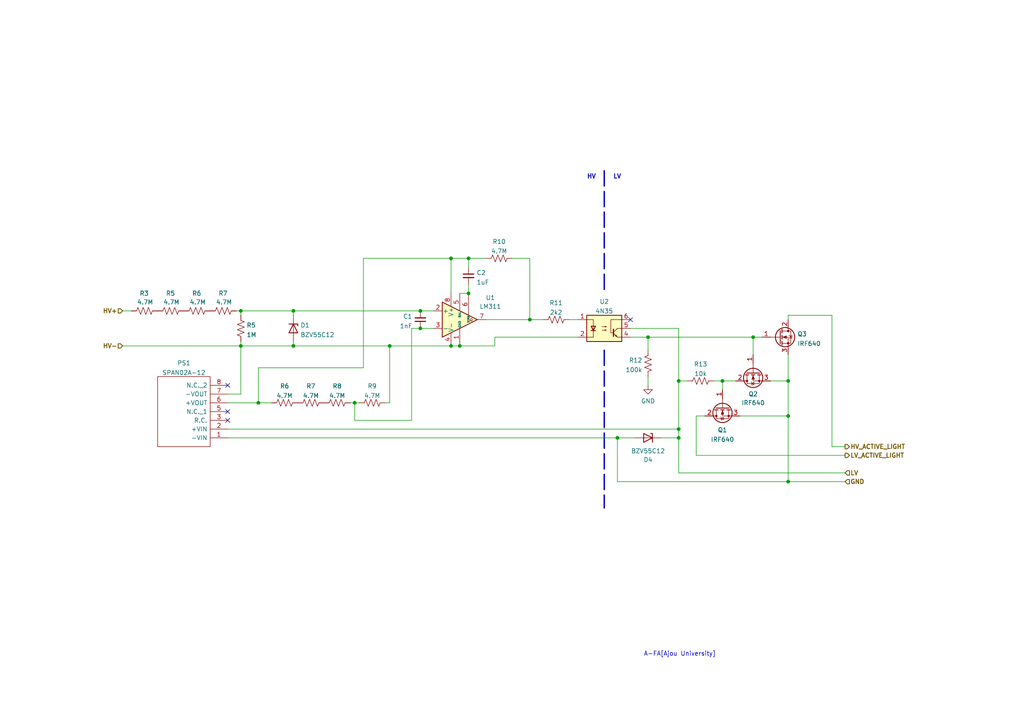
<source format=kicad_sch>
(kicad_sch (version 20211123) (generator eeschema)

  (uuid 9c0a216e-b7b7-4b4c-8538-f0ecdba0a1ef)

  (paper "A4")

  (lib_symbols
    (symbol "Comparator:LM311" (pin_names (offset 0.127)) (in_bom yes) (on_board yes)
      (property "Reference" "U" (id 0) (at 3.81 6.35 0)
        (effects (font (size 1.27 1.27)) (justify left))
      )
      (property "Value" "LM311" (id 1) (at 3.81 3.81 0)
        (effects (font (size 1.27 1.27)) (justify left))
      )
      (property "Footprint" "" (id 2) (at 0 0 0)
        (effects (font (size 1.27 1.27)) hide)
      )
      (property "Datasheet" "https://www.st.com/resource/en/datasheet/lm311.pdf" (id 3) (at 0 0 0)
        (effects (font (size 1.27 1.27)) hide)
      )
      (property "ki_keywords" "cmp open collector" (id 4) (at 0 0 0)
        (effects (font (size 1.27 1.27)) hide)
      )
      (property "ki_description" "Voltage Comparator, DIP-8/SOIC-8" (id 5) (at 0 0 0)
        (effects (font (size 1.27 1.27)) hide)
      )
      (property "ki_fp_filters" "SOIC*3.9x4.9mm*P1.27mm* DIP*W7.62mm*" (id 6) (at 0 0 0)
        (effects (font (size 1.27 1.27)) hide)
      )
      (symbol "LM311_0_1"
        (polyline
          (pts
            (xy 5.08 0)
            (xy -5.08 5.08)
            (xy -5.08 -5.08)
            (xy 5.08 0)
          )
          (stroke (width 0.254) (type default) (color 0 0 0 0))
          (fill (type background))
        )
        (polyline
          (pts
            (xy 3.683 -0.381)
            (xy 3.302 -0.381)
            (xy 3.683 0)
            (xy 3.302 0.381)
            (xy 2.921 0)
            (xy 3.302 -0.381)
            (xy 2.921 -0.381)
          )
          (stroke (width 0.127) (type default) (color 0 0 0 0))
          (fill (type none))
        )
      )
      (symbol "LM311_1_1"
        (pin passive line (at 0 -7.62 90) (length 5.08)
          (name "GND" (effects (font (size 0.635 0.635))))
          (number "1" (effects (font (size 1.27 1.27))))
        )
        (pin input line (at -7.62 2.54 0) (length 2.54)
          (name "+" (effects (font (size 1.27 1.27))))
          (number "2" (effects (font (size 1.27 1.27))))
        )
        (pin input line (at -7.62 -2.54 0) (length 2.54)
          (name "-" (effects (font (size 1.27 1.27))))
          (number "3" (effects (font (size 1.27 1.27))))
        )
        (pin power_in line (at -2.54 -7.62 90) (length 3.81)
          (name "V-" (effects (font (size 1.27 1.27))))
          (number "4" (effects (font (size 1.27 1.27))))
        )
        (pin input line (at 0 7.62 270) (length 5.08)
          (name "BAL" (effects (font (size 0.635 0.635))))
          (number "5" (effects (font (size 1.27 1.27))))
        )
        (pin input line (at 2.54 7.62 270) (length 6.35)
          (name "STRB" (effects (font (size 0.508 0.508))))
          (number "6" (effects (font (size 1.27 1.27))))
        )
        (pin open_collector line (at 7.62 0 180) (length 2.54)
          (name "~" (effects (font (size 1.27 1.27))))
          (number "7" (effects (font (size 1.27 1.27))))
        )
        (pin power_in line (at -2.54 7.62 270) (length 3.81)
          (name "V+" (effects (font (size 1.27 1.27))))
          (number "8" (effects (font (size 1.27 1.27))))
        )
      )
    )
    (symbol "Device:C_Small" (pin_numbers hide) (pin_names (offset 0.254) hide) (in_bom yes) (on_board yes)
      (property "Reference" "C" (id 0) (at 0.254 1.778 0)
        (effects (font (size 1.27 1.27)) (justify left))
      )
      (property "Value" "C_Small" (id 1) (at 0.254 -2.032 0)
        (effects (font (size 1.27 1.27)) (justify left))
      )
      (property "Footprint" "" (id 2) (at 0 0 0)
        (effects (font (size 1.27 1.27)) hide)
      )
      (property "Datasheet" "~" (id 3) (at 0 0 0)
        (effects (font (size 1.27 1.27)) hide)
      )
      (property "ki_keywords" "capacitor cap" (id 4) (at 0 0 0)
        (effects (font (size 1.27 1.27)) hide)
      )
      (property "ki_description" "Unpolarized capacitor, small symbol" (id 5) (at 0 0 0)
        (effects (font (size 1.27 1.27)) hide)
      )
      (property "ki_fp_filters" "C_*" (id 6) (at 0 0 0)
        (effects (font (size 1.27 1.27)) hide)
      )
      (symbol "C_Small_0_1"
        (polyline
          (pts
            (xy -1.524 -0.508)
            (xy 1.524 -0.508)
          )
          (stroke (width 0.3302) (type default) (color 0 0 0 0))
          (fill (type none))
        )
        (polyline
          (pts
            (xy -1.524 0.508)
            (xy 1.524 0.508)
          )
          (stroke (width 0.3048) (type default) (color 0 0 0 0))
          (fill (type none))
        )
      )
      (symbol "C_Small_1_1"
        (pin passive line (at 0 2.54 270) (length 2.032)
          (name "~" (effects (font (size 1.27 1.27))))
          (number "1" (effects (font (size 1.27 1.27))))
        )
        (pin passive line (at 0 -2.54 90) (length 2.032)
          (name "~" (effects (font (size 1.27 1.27))))
          (number "2" (effects (font (size 1.27 1.27))))
        )
      )
    )
    (symbol "Device:Q_NMOS_GDS" (pin_names (offset 0) hide) (in_bom yes) (on_board yes)
      (property "Reference" "Q" (id 0) (at 5.08 1.27 0)
        (effects (font (size 1.27 1.27)) (justify left))
      )
      (property "Value" "Q_NMOS_GDS" (id 1) (at 5.08 -1.27 0)
        (effects (font (size 1.27 1.27)) (justify left))
      )
      (property "Footprint" "" (id 2) (at 5.08 2.54 0)
        (effects (font (size 1.27 1.27)) hide)
      )
      (property "Datasheet" "~" (id 3) (at 0 0 0)
        (effects (font (size 1.27 1.27)) hide)
      )
      (property "ki_keywords" "transistor NMOS N-MOS N-MOSFET" (id 4) (at 0 0 0)
        (effects (font (size 1.27 1.27)) hide)
      )
      (property "ki_description" "N-MOSFET transistor, gate/drain/source" (id 5) (at 0 0 0)
        (effects (font (size 1.27 1.27)) hide)
      )
      (symbol "Q_NMOS_GDS_0_1"
        (polyline
          (pts
            (xy 0.254 0)
            (xy -2.54 0)
          )
          (stroke (width 0) (type default) (color 0 0 0 0))
          (fill (type none))
        )
        (polyline
          (pts
            (xy 0.254 1.905)
            (xy 0.254 -1.905)
          )
          (stroke (width 0.254) (type default) (color 0 0 0 0))
          (fill (type none))
        )
        (polyline
          (pts
            (xy 0.762 -1.27)
            (xy 0.762 -2.286)
          )
          (stroke (width 0.254) (type default) (color 0 0 0 0))
          (fill (type none))
        )
        (polyline
          (pts
            (xy 0.762 0.508)
            (xy 0.762 -0.508)
          )
          (stroke (width 0.254) (type default) (color 0 0 0 0))
          (fill (type none))
        )
        (polyline
          (pts
            (xy 0.762 2.286)
            (xy 0.762 1.27)
          )
          (stroke (width 0.254) (type default) (color 0 0 0 0))
          (fill (type none))
        )
        (polyline
          (pts
            (xy 2.54 2.54)
            (xy 2.54 1.778)
          )
          (stroke (width 0) (type default) (color 0 0 0 0))
          (fill (type none))
        )
        (polyline
          (pts
            (xy 2.54 -2.54)
            (xy 2.54 0)
            (xy 0.762 0)
          )
          (stroke (width 0) (type default) (color 0 0 0 0))
          (fill (type none))
        )
        (polyline
          (pts
            (xy 0.762 -1.778)
            (xy 3.302 -1.778)
            (xy 3.302 1.778)
            (xy 0.762 1.778)
          )
          (stroke (width 0) (type default) (color 0 0 0 0))
          (fill (type none))
        )
        (polyline
          (pts
            (xy 1.016 0)
            (xy 2.032 0.381)
            (xy 2.032 -0.381)
            (xy 1.016 0)
          )
          (stroke (width 0) (type default) (color 0 0 0 0))
          (fill (type outline))
        )
        (polyline
          (pts
            (xy 2.794 0.508)
            (xy 2.921 0.381)
            (xy 3.683 0.381)
            (xy 3.81 0.254)
          )
          (stroke (width 0) (type default) (color 0 0 0 0))
          (fill (type none))
        )
        (polyline
          (pts
            (xy 3.302 0.381)
            (xy 2.921 -0.254)
            (xy 3.683 -0.254)
            (xy 3.302 0.381)
          )
          (stroke (width 0) (type default) (color 0 0 0 0))
          (fill (type none))
        )
        (circle (center 1.651 0) (radius 2.794)
          (stroke (width 0.254) (type default) (color 0 0 0 0))
          (fill (type none))
        )
        (circle (center 2.54 -1.778) (radius 0.254)
          (stroke (width 0) (type default) (color 0 0 0 0))
          (fill (type outline))
        )
        (circle (center 2.54 1.778) (radius 0.254)
          (stroke (width 0) (type default) (color 0 0 0 0))
          (fill (type outline))
        )
      )
      (symbol "Q_NMOS_GDS_1_1"
        (pin input line (at -5.08 0 0) (length 2.54)
          (name "G" (effects (font (size 1.27 1.27))))
          (number "1" (effects (font (size 1.27 1.27))))
        )
        (pin passive line (at 2.54 5.08 270) (length 2.54)
          (name "D" (effects (font (size 1.27 1.27))))
          (number "2" (effects (font (size 1.27 1.27))))
        )
        (pin passive line (at 2.54 -5.08 90) (length 2.54)
          (name "S" (effects (font (size 1.27 1.27))))
          (number "3" (effects (font (size 1.27 1.27))))
        )
      )
    )
    (symbol "Device:R_US" (pin_numbers hide) (pin_names (offset 0)) (in_bom yes) (on_board yes)
      (property "Reference" "R" (id 0) (at 2.54 0 90)
        (effects (font (size 1.27 1.27)))
      )
      (property "Value" "R_US" (id 1) (at -2.54 0 90)
        (effects (font (size 1.27 1.27)))
      )
      (property "Footprint" "" (id 2) (at 1.016 -0.254 90)
        (effects (font (size 1.27 1.27)) hide)
      )
      (property "Datasheet" "~" (id 3) (at 0 0 0)
        (effects (font (size 1.27 1.27)) hide)
      )
      (property "ki_keywords" "R res resistor" (id 4) (at 0 0 0)
        (effects (font (size 1.27 1.27)) hide)
      )
      (property "ki_description" "Resistor, US symbol" (id 5) (at 0 0 0)
        (effects (font (size 1.27 1.27)) hide)
      )
      (property "ki_fp_filters" "R_*" (id 6) (at 0 0 0)
        (effects (font (size 1.27 1.27)) hide)
      )
      (symbol "R_US_0_1"
        (polyline
          (pts
            (xy 0 -2.286)
            (xy 0 -2.54)
          )
          (stroke (width 0) (type default) (color 0 0 0 0))
          (fill (type none))
        )
        (polyline
          (pts
            (xy 0 2.286)
            (xy 0 2.54)
          )
          (stroke (width 0) (type default) (color 0 0 0 0))
          (fill (type none))
        )
        (polyline
          (pts
            (xy 0 -0.762)
            (xy 1.016 -1.143)
            (xy 0 -1.524)
            (xy -1.016 -1.905)
            (xy 0 -2.286)
          )
          (stroke (width 0) (type default) (color 0 0 0 0))
          (fill (type none))
        )
        (polyline
          (pts
            (xy 0 0.762)
            (xy 1.016 0.381)
            (xy 0 0)
            (xy -1.016 -0.381)
            (xy 0 -0.762)
          )
          (stroke (width 0) (type default) (color 0 0 0 0))
          (fill (type none))
        )
        (polyline
          (pts
            (xy 0 2.286)
            (xy 1.016 1.905)
            (xy 0 1.524)
            (xy -1.016 1.143)
            (xy 0 0.762)
          )
          (stroke (width 0) (type default) (color 0 0 0 0))
          (fill (type none))
        )
      )
      (symbol "R_US_1_1"
        (pin passive line (at 0 3.81 270) (length 1.27)
          (name "~" (effects (font (size 1.27 1.27))))
          (number "1" (effects (font (size 1.27 1.27))))
        )
        (pin passive line (at 0 -3.81 90) (length 1.27)
          (name "~" (effects (font (size 1.27 1.27))))
          (number "2" (effects (font (size 1.27 1.27))))
        )
      )
    )
    (symbol "Diode:BZV55C12" (pin_numbers hide) (pin_names (offset 1.016) hide) (in_bom yes) (on_board yes)
      (property "Reference" "D" (id 0) (at 0 2.54 0)
        (effects (font (size 1.27 1.27)))
      )
      (property "Value" "BZV55C12" (id 1) (at 0 -2.54 0)
        (effects (font (size 1.27 1.27)))
      )
      (property "Footprint" "Diode_SMD:D_MiniMELF" (id 2) (at 0 -4.445 0)
        (effects (font (size 1.27 1.27)) hide)
      )
      (property "Datasheet" "https://assets.nexperia.com/documents/data-sheet/BZV55_SER.pdf" (id 3) (at 0 0 0)
        (effects (font (size 1.27 1.27)) hide)
      )
      (property "ki_keywords" "zener diode" (id 4) (at 0 0 0)
        (effects (font (size 1.27 1.27)) hide)
      )
      (property "ki_description" "12V, 500mW, 5%, Zener diode, MiniMELF" (id 5) (at 0 0 0)
        (effects (font (size 1.27 1.27)) hide)
      )
      (property "ki_fp_filters" "D*MiniMELF*" (id 6) (at 0 0 0)
        (effects (font (size 1.27 1.27)) hide)
      )
      (symbol "BZV55C12_0_1"
        (polyline
          (pts
            (xy 1.27 0)
            (xy -1.27 0)
          )
          (stroke (width 0) (type default) (color 0 0 0 0))
          (fill (type none))
        )
        (polyline
          (pts
            (xy -1.27 -1.27)
            (xy -1.27 1.27)
            (xy -0.762 1.27)
          )
          (stroke (width 0.254) (type default) (color 0 0 0 0))
          (fill (type none))
        )
        (polyline
          (pts
            (xy 1.27 -1.27)
            (xy 1.27 1.27)
            (xy -1.27 0)
            (xy 1.27 -1.27)
          )
          (stroke (width 0.254) (type default) (color 0 0 0 0))
          (fill (type none))
        )
      )
      (symbol "BZV55C12_1_1"
        (pin passive line (at -3.81 0 0) (length 2.54)
          (name "K" (effects (font (size 1.27 1.27))))
          (number "1" (effects (font (size 1.27 1.27))))
        )
        (pin passive line (at 3.81 0 180) (length 2.54)
          (name "A" (effects (font (size 1.27 1.27))))
          (number "2" (effects (font (size 1.27 1.27))))
        )
      )
    )
    (symbol "Isolator:4N35" (pin_names (offset 1.016)) (in_bom yes) (on_board yes)
      (property "Reference" "U" (id 0) (at -5.08 5.08 0)
        (effects (font (size 1.27 1.27)) (justify left))
      )
      (property "Value" "4N35" (id 1) (at 0 5.08 0)
        (effects (font (size 1.27 1.27)) (justify left))
      )
      (property "Footprint" "Package_DIP:DIP-6_W7.62mm" (id 2) (at -5.08 -5.08 0)
        (effects (font (size 1.27 1.27) italic) (justify left) hide)
      )
      (property "Datasheet" "https://www.vishay.com/docs/81181/4n35.pdf" (id 3) (at 0 0 0)
        (effects (font (size 1.27 1.27)) (justify left) hide)
      )
      (property "ki_keywords" "NPN DC Optocoupler Base Connected" (id 4) (at 0 0 0)
        (effects (font (size 1.27 1.27)) hide)
      )
      (property "ki_description" "Optocoupler, Phototransistor Output, with Base Connection, Vce 70V, CTR 100%, Viso 5000V, DIP6" (id 5) (at 0 0 0)
        (effects (font (size 1.27 1.27)) hide)
      )
      (property "ki_fp_filters" "DIP*W7.62mm*" (id 6) (at 0 0 0)
        (effects (font (size 1.27 1.27)) hide)
      )
      (symbol "4N35_0_1"
        (rectangle (start -5.08 3.81) (end 5.08 -3.81)
          (stroke (width 0.254) (type default) (color 0 0 0 0))
          (fill (type background))
        )
        (polyline
          (pts
            (xy -3.81 -0.635)
            (xy -2.54 -0.635)
          )
          (stroke (width 0.254) (type default) (color 0 0 0 0))
          (fill (type none))
        )
        (polyline
          (pts
            (xy 2.667 -1.397)
            (xy 3.81 -2.54)
          )
          (stroke (width 0) (type default) (color 0 0 0 0))
          (fill (type none))
        )
        (polyline
          (pts
            (xy 2.667 -1.143)
            (xy 3.81 0)
          )
          (stroke (width 0) (type default) (color 0 0 0 0))
          (fill (type none))
        )
        (polyline
          (pts
            (xy 3.81 -2.54)
            (xy 5.08 -2.54)
          )
          (stroke (width 0) (type default) (color 0 0 0 0))
          (fill (type none))
        )
        (polyline
          (pts
            (xy 3.81 0)
            (xy 5.08 0)
          )
          (stroke (width 0) (type default) (color 0 0 0 0))
          (fill (type none))
        )
        (polyline
          (pts
            (xy 2.667 -0.254)
            (xy 2.667 -2.286)
            (xy 2.667 -2.286)
          )
          (stroke (width 0.3556) (type default) (color 0 0 0 0))
          (fill (type none))
        )
        (polyline
          (pts
            (xy -5.08 -2.54)
            (xy -3.175 -2.54)
            (xy -3.175 2.54)
            (xy -5.08 2.54)
          )
          (stroke (width 0) (type default) (color 0 0 0 0))
          (fill (type none))
        )
        (polyline
          (pts
            (xy -3.175 -0.635)
            (xy -3.81 0.635)
            (xy -2.54 0.635)
            (xy -3.175 -0.635)
          )
          (stroke (width 0.254) (type default) (color 0 0 0 0))
          (fill (type none))
        )
        (polyline
          (pts
            (xy 3.683 -2.413)
            (xy 3.429 -1.905)
            (xy 3.175 -2.159)
            (xy 3.683 -2.413)
          )
          (stroke (width 0) (type default) (color 0 0 0 0))
          (fill (type none))
        )
        (polyline
          (pts
            (xy 5.08 2.54)
            (xy 1.905 2.54)
            (xy 1.905 -1.27)
            (xy 2.54 -1.27)
          )
          (stroke (width 0) (type default) (color 0 0 0 0))
          (fill (type none))
        )
        (polyline
          (pts
            (xy -0.635 -0.508)
            (xy 0.635 -0.508)
            (xy 0.254 -0.635)
            (xy 0.254 -0.381)
            (xy 0.635 -0.508)
          )
          (stroke (width 0) (type default) (color 0 0 0 0))
          (fill (type none))
        )
        (polyline
          (pts
            (xy -0.635 0.508)
            (xy 0.635 0.508)
            (xy 0.254 0.381)
            (xy 0.254 0.635)
            (xy 0.635 0.508)
          )
          (stroke (width 0) (type default) (color 0 0 0 0))
          (fill (type none))
        )
      )
      (symbol "4N35_1_1"
        (pin passive line (at -7.62 2.54 0) (length 2.54)
          (name "~" (effects (font (size 1.27 1.27))))
          (number "1" (effects (font (size 1.27 1.27))))
        )
        (pin passive line (at -7.62 -2.54 0) (length 2.54)
          (name "~" (effects (font (size 1.27 1.27))))
          (number "2" (effects (font (size 1.27 1.27))))
        )
        (pin no_connect line (at -5.08 0 0) (length 2.54) hide
          (name "NC" (effects (font (size 1.27 1.27))))
          (number "3" (effects (font (size 1.27 1.27))))
        )
        (pin passive line (at 7.62 -2.54 180) (length 2.54)
          (name "~" (effects (font (size 1.27 1.27))))
          (number "4" (effects (font (size 1.27 1.27))))
        )
        (pin passive line (at 7.62 0 180) (length 2.54)
          (name "~" (effects (font (size 1.27 1.27))))
          (number "5" (effects (font (size 1.27 1.27))))
        )
        (pin passive line (at 7.62 2.54 180) (length 2.54)
          (name "~" (effects (font (size 1.27 1.27))))
          (number "6" (effects (font (size 1.27 1.27))))
        )
      )
    )
    (symbol "SPAN02A-12:SPAN02A-12" (pin_names (offset 0.762)) (in_bom yes) (on_board yes)
      (property "Reference" "PS" (id 0) (at 21.59 7.62 0)
        (effects (font (size 1.27 1.27)) (justify left))
      )
      (property "Value" "SPAN02A-12" (id 1) (at 21.59 5.08 0)
        (effects (font (size 1.27 1.27)) (justify left))
      )
      (property "Footprint" "SPAN02A12" (id 2) (at 21.59 2.54 0)
        (effects (font (size 1.27 1.27)) (justify left) hide)
      )
      (property "Datasheet" "https://datasheet.datasheetarchive.com/originals/distributors/DKDS-2/37032.pdf" (id 3) (at 21.59 0 0)
        (effects (font (size 1.27 1.27)) (justify left) hide)
      )
      (property "Description" "Isolated DC/DC Converters 9-18Vin 12Vout 167mA SIP8 Reg Iso" (id 4) (at 21.59 -2.54 0)
        (effects (font (size 1.27 1.27)) (justify left) hide)
      )
      (property "Height" "11.6" (id 5) (at 21.59 -5.08 0)
        (effects (font (size 1.27 1.27)) (justify left) hide)
      )
      (property "Manufacturer_Name" "Mean Well" (id 6) (at 21.59 -7.62 0)
        (effects (font (size 1.27 1.27)) (justify left) hide)
      )
      (property "Manufacturer_Part_Number" "SPAN02A-12" (id 7) (at 21.59 -10.16 0)
        (effects (font (size 1.27 1.27)) (justify left) hide)
      )
      (property "Mouser Part Number" "709-SPAN02A-12" (id 8) (at 21.59 -12.7 0)
        (effects (font (size 1.27 1.27)) (justify left) hide)
      )
      (property "Mouser Price/Stock" "https://www.mouser.co.uk/ProductDetail/MEAN-WELL/SPAN02A-12?qs=5aG0NVq1C4wxQqKsG84AkQ%3D%3D" (id 9) (at 21.59 -15.24 0)
        (effects (font (size 1.27 1.27)) (justify left) hide)
      )
      (property "Arrow Part Number" "SPAN02A-12" (id 10) (at 21.59 -17.78 0)
        (effects (font (size 1.27 1.27)) (justify left) hide)
      )
      (property "Arrow Price/Stock" "https://www.arrow.com/en/products/span02a-12/mean-well-enterprises?region=nac" (id 11) (at 21.59 -20.32 0)
        (effects (font (size 1.27 1.27)) (justify left) hide)
      )
      (symbol "SPAN02A-12_0_0"
        (pin passive line (at 0 0 0) (length 5.08)
          (name "-VIN" (effects (font (size 1.27 1.27))))
          (number "1" (effects (font (size 1.27 1.27))))
        )
        (pin passive line (at 0 -2.54 0) (length 5.08)
          (name "+VIN" (effects (font (size 1.27 1.27))))
          (number "2" (effects (font (size 1.27 1.27))))
        )
        (pin passive line (at 0 -5.08 0) (length 5.08)
          (name "R.C." (effects (font (size 1.27 1.27))))
          (number "3" (effects (font (size 1.27 1.27))))
        )
        (pin passive line (at 0 -7.62 0) (length 5.08)
          (name "N.C._1" (effects (font (size 1.27 1.27))))
          (number "5" (effects (font (size 1.27 1.27))))
        )
        (pin passive line (at 0 -10.16 0) (length 5.08)
          (name "+VOUT" (effects (font (size 1.27 1.27))))
          (number "6" (effects (font (size 1.27 1.27))))
        )
        (pin passive line (at 0 -12.7 0) (length 5.08)
          (name "-VOUT" (effects (font (size 1.27 1.27))))
          (number "7" (effects (font (size 1.27 1.27))))
        )
        (pin passive line (at 0 -15.24 0) (length 5.08)
          (name "N.C._2" (effects (font (size 1.27 1.27))))
          (number "8" (effects (font (size 1.27 1.27))))
        )
      )
      (symbol "SPAN02A-12_0_1"
        (polyline
          (pts
            (xy 5.08 2.54)
            (xy 20.32 2.54)
            (xy 20.32 -17.78)
            (xy 5.08 -17.78)
            (xy 5.08 2.54)
          )
          (stroke (width 0.1524) (type default) (color 0 0 0 0))
          (fill (type none))
        )
      )
    )
    (symbol "power:GND" (power) (pin_names (offset 0)) (in_bom yes) (on_board yes)
      (property "Reference" "#PWR" (id 0) (at 0 -6.35 0)
        (effects (font (size 1.27 1.27)) hide)
      )
      (property "Value" "GND" (id 1) (at 0 -3.81 0)
        (effects (font (size 1.27 1.27)))
      )
      (property "Footprint" "" (id 2) (at 0 0 0)
        (effects (font (size 1.27 1.27)) hide)
      )
      (property "Datasheet" "" (id 3) (at 0 0 0)
        (effects (font (size 1.27 1.27)) hide)
      )
      (property "ki_keywords" "power-flag" (id 4) (at 0 0 0)
        (effects (font (size 1.27 1.27)) hide)
      )
      (property "ki_description" "Power symbol creates a global label with name \"GND\" , ground" (id 5) (at 0 0 0)
        (effects (font (size 1.27 1.27)) hide)
      )
      (symbol "GND_0_1"
        (polyline
          (pts
            (xy 0 0)
            (xy 0 -1.27)
            (xy 1.27 -1.27)
            (xy 0 -2.54)
            (xy -1.27 -1.27)
            (xy 0 -1.27)
          )
          (stroke (width 0) (type default) (color 0 0 0 0))
          (fill (type none))
        )
      )
      (symbol "GND_1_1"
        (pin power_in line (at 0 0 270) (length 0) hide
          (name "GND" (effects (font (size 1.27 1.27))))
          (number "1" (effects (font (size 1.27 1.27))))
        )
      )
    )
  )

  (junction (at 187.96 97.79) (diameter 0) (color 0 0 0 0)
    (uuid 0cca64ea-7764-4420-8ade-3f49b05eed60)
  )
  (junction (at 130.81 100.33) (diameter 0) (color 0 0 0 0)
    (uuid 19144c98-9dfb-4552-9f88-d3438a55707c)
  )
  (junction (at 228.6 139.7) (diameter 0) (color 0 0 0 0)
    (uuid 20898a3f-29cb-430e-9700-e4b5f781ac3e)
  )
  (junction (at 135.89 74.93) (diameter 0) (color 0 0 0 0)
    (uuid 26c3ae93-9cfd-4484-9eb6-40de3873e59d)
  )
  (junction (at 228.6 120.65) (diameter 0) (color 0 0 0 0)
    (uuid 2de0a23d-c7ed-452f-a24c-9d497d9f8de6)
  )
  (junction (at 196.85 110.49) (diameter 0) (color 0 0 0 0)
    (uuid 368c3d13-8507-468b-b28b-495e0f755452)
  )
  (junction (at 113.03 100.33) (diameter 0) (color 0 0 0 0)
    (uuid 3fae15be-1f21-4166-adfc-d5496dabe225)
  )
  (junction (at 85.09 90.17) (diameter 0) (color 0 0 0 0)
    (uuid 4ec283ab-5e0c-4129-81cc-50ed99cce79e)
  )
  (junction (at 121.92 90.17) (diameter 0) (color 0 0 0 0)
    (uuid 56088f9a-d12e-408d-ba8c-6e645d1a4de6)
  )
  (junction (at 130.81 74.93) (diameter 0) (color 0 0 0 0)
    (uuid 5ae59d2b-d856-4c42-8c5c-d2b1265f40a7)
  )
  (junction (at 196.85 127) (diameter 0) (color 0 0 0 0)
    (uuid 5c03fe51-35d6-42b8-8b2e-df7bed8ae0ce)
  )
  (junction (at 209.55 110.49) (diameter 0) (color 0 0 0 0)
    (uuid 61d25c3d-5141-464c-8a8d-9a365a333261)
  )
  (junction (at 102.87 116.84) (diameter 0) (color 0 0 0 0)
    (uuid 777ecd89-db51-4251-91fd-2d47ef19abcc)
  )
  (junction (at 85.09 100.33) (diameter 0) (color 0 0 0 0)
    (uuid 80230466-ebad-4af2-88ce-5f8c836b78ef)
  )
  (junction (at 153.67 92.71) (diameter 0) (color 0 0 0 0)
    (uuid 85111f49-b8d0-4474-84c5-90f922251963)
  )
  (junction (at 69.85 90.17) (diameter 0) (color 0 0 0 0)
    (uuid 89ae0485-a0d0-43a8-9644-4592688833d1)
  )
  (junction (at 69.85 100.33) (diameter 0) (color 0 0 0 0)
    (uuid 9b57f2d9-5ddb-44b3-967f-19c7fcaf1566)
  )
  (junction (at 196.85 124.46) (diameter 0) (color 0 0 0 0)
    (uuid b5507a56-da67-4884-829f-e7b2be67bbb7)
  )
  (junction (at 228.6 110.49) (diameter 0) (color 0 0 0 0)
    (uuid bb18ad61-61a2-4ce2-92c2-882e95daaed4)
  )
  (junction (at 218.44 97.79) (diameter 0) (color 0 0 0 0)
    (uuid c91caed6-201f-47cc-bcf8-f0835f590e0c)
  )
  (junction (at 179.07 127) (diameter 0) (color 0 0 0 0)
    (uuid c9a17612-9ca6-477f-992d-1e23f3ee69ce)
  )
  (junction (at 135.89 85.09) (diameter 0) (color 0 0 0 0)
    (uuid ca3a381b-9bf2-49b2-9d63-9fd2f74d0145)
  )
  (junction (at 133.35 100.33) (diameter 0) (color 0 0 0 0)
    (uuid d456db9b-e565-42bb-bf06-282a640277bc)
  )
  (junction (at 121.92 95.25) (diameter 0) (color 0 0 0 0)
    (uuid d64bcf76-080a-4a12-913b-ba692c44ed8b)
  )
  (junction (at 74.93 116.84) (diameter 0) (color 0 0 0 0)
    (uuid fc192673-fcba-420a-8ec0-b3648eea840d)
  )

  (no_connect (at 66.04 111.76) (uuid 05f1961a-8c43-4143-afa4-d33c40a2ec2f))
  (no_connect (at 66.04 119.38) (uuid 05f1961a-8c43-4143-afa4-d33c40a2ec30))
  (no_connect (at 182.88 92.71) (uuid 1276d6b4-b84b-4002-8f66-d134e936a593))
  (no_connect (at 66.04 121.92) (uuid a4815182-539f-4524-9c11-044ebc042156))

  (wire (pts (xy 143.51 97.79) (xy 143.51 100.33))
    (stroke (width 0) (type default) (color 0 0 0 0))
    (uuid 063b5975-b4d7-4118-a36d-79feaa507d68)
  )
  (wire (pts (xy 119.38 95.25) (xy 121.92 95.25))
    (stroke (width 0) (type default) (color 0 0 0 0))
    (uuid 09b086d7-19a1-4cc0-91ab-008742117d9a)
  )
  (wire (pts (xy 207.01 110.49) (xy 209.55 110.49))
    (stroke (width 0) (type default) (color 0 0 0 0))
    (uuid 0a616698-b988-4364-a930-2951e9bf3a22)
  )
  (wire (pts (xy 187.96 109.22) (xy 187.96 111.76))
    (stroke (width 0) (type default) (color 0 0 0 0))
    (uuid 0e1d56fe-7f12-431c-8b24-399f588cb500)
  )
  (wire (pts (xy 121.92 90.17) (xy 125.73 90.17))
    (stroke (width 0) (type default) (color 0 0 0 0))
    (uuid 0f27dfbb-4c20-43d5-b82b-5e21d6dc3119)
  )
  (wire (pts (xy 135.89 77.47) (xy 135.89 74.93))
    (stroke (width 0) (type default) (color 0 0 0 0))
    (uuid 10d0892b-00eb-4e42-8f6f-32e5eb66781d)
  )
  (wire (pts (xy 196.85 95.25) (xy 196.85 110.49))
    (stroke (width 0) (type default) (color 0 0 0 0))
    (uuid 11f31687-525f-4638-8089-711a445ca2ee)
  )
  (wire (pts (xy 119.38 121.92) (xy 119.38 95.25))
    (stroke (width 0) (type default) (color 0 0 0 0))
    (uuid 14997e64-163a-4cb2-83d0-c644fa840d8b)
  )
  (wire (pts (xy 228.6 139.7) (xy 245.11 139.7))
    (stroke (width 0) (type default) (color 0 0 0 0))
    (uuid 1592c9e3-f214-4725-a946-8a661845a2cf)
  )
  (wire (pts (xy 140.97 92.71) (xy 153.67 92.71))
    (stroke (width 0) (type default) (color 0 0 0 0))
    (uuid 193c148c-b4f8-4b36-9ac8-ff358fc86769)
  )
  (polyline (pts (xy 175.26 49.53) (xy 175.26 85.09))
    (stroke (width 0.4) (type default) (color 0 0 0 0))
    (uuid 1e4fd948-cf44-4def-a981-7442bcf5adbc)
  )

  (wire (pts (xy 228.6 91.44) (xy 241.3 91.44))
    (stroke (width 0) (type default) (color 0 0 0 0))
    (uuid 21fda5b6-05fa-442c-88b9-72fefe648b93)
  )
  (wire (pts (xy 111.76 116.84) (xy 113.03 116.84))
    (stroke (width 0) (type default) (color 0 0 0 0))
    (uuid 2353b746-d7fa-4869-b208-97f2c15ace6a)
  )
  (wire (pts (xy 69.85 90.17) (xy 85.09 90.17))
    (stroke (width 0) (type default) (color 0 0 0 0))
    (uuid 235e815c-607c-4fd9-bfcb-aec6aed1e77f)
  )
  (wire (pts (xy 35.56 90.17) (xy 38.1 90.17))
    (stroke (width 0) (type default) (color 0 0 0 0))
    (uuid 2712dc10-3fd3-4761-abf0-fb83b3bb647f)
  )
  (wire (pts (xy 214.63 120.65) (xy 228.6 120.65))
    (stroke (width 0) (type default) (color 0 0 0 0))
    (uuid 2a594ebf-0348-4cd2-9d7b-548cb14c9156)
  )
  (wire (pts (xy 74.93 116.84) (xy 78.74 116.84))
    (stroke (width 0) (type default) (color 0 0 0 0))
    (uuid 2abb098b-a6d2-44f7-8355-b308dd1af8d5)
  )
  (wire (pts (xy 66.04 124.46) (xy 196.85 124.46))
    (stroke (width 0) (type default) (color 0 0 0 0))
    (uuid 2af02a52-771f-4602-aa37-71b03d1c404f)
  )
  (wire (pts (xy 148.59 74.93) (xy 153.67 74.93))
    (stroke (width 0) (type default) (color 0 0 0 0))
    (uuid 2bf282dc-e768-4b6c-a936-d3bc59293f1a)
  )
  (wire (pts (xy 121.92 95.25) (xy 125.73 95.25))
    (stroke (width 0) (type default) (color 0 0 0 0))
    (uuid 2c5ee779-52e3-4332-9603-cd7a62437b57)
  )
  (wire (pts (xy 241.3 129.54) (xy 245.11 129.54))
    (stroke (width 0) (type default) (color 0 0 0 0))
    (uuid 3157d3f9-ed33-4117-b758-65b7f22f1a5c)
  )
  (wire (pts (xy 241.3 91.44) (xy 241.3 129.54))
    (stroke (width 0) (type default) (color 0 0 0 0))
    (uuid 320c645e-5349-4e0b-9f6f-acc288d0cb06)
  )
  (wire (pts (xy 187.96 97.79) (xy 218.44 97.79))
    (stroke (width 0) (type default) (color 0 0 0 0))
    (uuid 35863122-c94c-41a1-b588-406eee17e13d)
  )
  (wire (pts (xy 228.6 110.49) (xy 228.6 120.65))
    (stroke (width 0) (type default) (color 0 0 0 0))
    (uuid 38cf90d0-6a4d-40ca-859a-7abf55a9f622)
  )
  (wire (pts (xy 130.81 74.93) (xy 130.81 85.09))
    (stroke (width 0) (type default) (color 0 0 0 0))
    (uuid 3c7d7dd7-0316-48ba-8f76-500194970c28)
  )
  (wire (pts (xy 196.85 110.49) (xy 199.39 110.49))
    (stroke (width 0) (type default) (color 0 0 0 0))
    (uuid 41fd98e5-d40b-49da-ab92-1658228b0963)
  )
  (wire (pts (xy 74.93 106.68) (xy 105.41 106.68))
    (stroke (width 0) (type default) (color 0 0 0 0))
    (uuid 4496d7d7-765c-4ea0-8f23-33cfa2700b3f)
  )
  (wire (pts (xy 135.89 82.55) (xy 135.89 85.09))
    (stroke (width 0) (type default) (color 0 0 0 0))
    (uuid 49c23317-e1a3-4a6a-8c46-e996cc6aa8b2)
  )
  (wire (pts (xy 85.09 100.33) (xy 113.03 100.33))
    (stroke (width 0) (type default) (color 0 0 0 0))
    (uuid 49c8d840-80c2-427d-b8ee-e287ece677fc)
  )
  (wire (pts (xy 209.55 110.49) (xy 213.36 110.49))
    (stroke (width 0) (type default) (color 0 0 0 0))
    (uuid 4cadfef8-6f79-431f-af6c-076e774c8b10)
  )
  (wire (pts (xy 182.88 97.79) (xy 187.96 97.79))
    (stroke (width 0) (type default) (color 0 0 0 0))
    (uuid 50f1bc02-f0c3-4ccb-9836-be593fe3d77e)
  )
  (wire (pts (xy 113.03 100.33) (xy 130.81 100.33))
    (stroke (width 0) (type default) (color 0 0 0 0))
    (uuid 58bd84d8-2fc8-483c-96c8-9ce5ae8ae326)
  )
  (wire (pts (xy 85.09 99.06) (xy 85.09 100.33))
    (stroke (width 0) (type default) (color 0 0 0 0))
    (uuid 5b47965d-65ec-4209-9a47-57cb0da51e84)
  )
  (wire (pts (xy 196.85 127) (xy 196.85 137.16))
    (stroke (width 0) (type default) (color 0 0 0 0))
    (uuid 5c91ad03-78c4-44d4-85da-410b6b53f0d0)
  )
  (wire (pts (xy 196.85 137.16) (xy 245.11 137.16))
    (stroke (width 0) (type default) (color 0 0 0 0))
    (uuid 60fad2b6-288f-4ae9-b899-edfa92fbff77)
  )
  (wire (pts (xy 153.67 92.71) (xy 157.48 92.71))
    (stroke (width 0) (type default) (color 0 0 0 0))
    (uuid 61f0a1bf-4e2f-4976-ab86-cfd82cd8f85b)
  )
  (wire (pts (xy 165.1 92.71) (xy 167.64 92.71))
    (stroke (width 0) (type default) (color 0 0 0 0))
    (uuid 63c98e8a-7b94-4eec-b5d4-1c2cf1d74df2)
  )
  (wire (pts (xy 66.04 116.84) (xy 74.93 116.84))
    (stroke (width 0) (type default) (color 0 0 0 0))
    (uuid 65a1f0c3-9748-4ca0-a2eb-1fa126a3b1ae)
  )
  (wire (pts (xy 113.03 116.84) (xy 113.03 100.33))
    (stroke (width 0) (type default) (color 0 0 0 0))
    (uuid 66b5782b-9b03-4d88-90a8-f8f52caa010f)
  )
  (wire (pts (xy 102.87 121.92) (xy 119.38 121.92))
    (stroke (width 0) (type default) (color 0 0 0 0))
    (uuid 6bdcb7df-fe73-43db-81b1-fc97414d8328)
  )
  (wire (pts (xy 223.52 110.49) (xy 228.6 110.49))
    (stroke (width 0) (type default) (color 0 0 0 0))
    (uuid 6c48965b-ed2a-4af3-9542-388a1e9aa8c8)
  )
  (wire (pts (xy 85.09 90.17) (xy 121.92 90.17))
    (stroke (width 0) (type default) (color 0 0 0 0))
    (uuid 6f76ae66-775a-449c-9476-49cd005392e0)
  )
  (polyline (pts (xy 175.26 101.6) (xy 175.26 147.32))
    (stroke (width 0.4) (type dash) (color 0 0 0 0))
    (uuid 720b16cf-a1d4-47cb-994d-feeaf5ea6f79)
  )

  (wire (pts (xy 167.64 97.79) (xy 143.51 97.79))
    (stroke (width 0) (type default) (color 0 0 0 0))
    (uuid 7284a07d-0755-40e1-a6d3-98931eafa3ad)
  )
  (wire (pts (xy 191.77 127) (xy 196.85 127))
    (stroke (width 0) (type default) (color 0 0 0 0))
    (uuid 77bd9c4c-4376-4968-a4a4-7c2610c93489)
  )
  (wire (pts (xy 196.85 110.49) (xy 196.85 124.46))
    (stroke (width 0) (type default) (color 0 0 0 0))
    (uuid 796c89ad-8168-4432-8e45-8707485c293d)
  )
  (wire (pts (xy 135.89 74.93) (xy 140.97 74.93))
    (stroke (width 0) (type default) (color 0 0 0 0))
    (uuid 7e373f40-9454-4628-b6bb-6527766c3342)
  )
  (wire (pts (xy 143.51 100.33) (xy 133.35 100.33))
    (stroke (width 0) (type default) (color 0 0 0 0))
    (uuid 804e48ac-b351-4704-a0d9-e09caccaf3fc)
  )
  (wire (pts (xy 133.35 85.09) (xy 135.89 85.09))
    (stroke (width 0) (type default) (color 0 0 0 0))
    (uuid 8c59eb55-4e93-443b-a178-8d91dba59fee)
  )
  (wire (pts (xy 130.81 100.33) (xy 133.35 100.33))
    (stroke (width 0) (type default) (color 0 0 0 0))
    (uuid 8ce3ec4a-31be-4460-bf42-11326985e173)
  )
  (wire (pts (xy 35.56 100.33) (xy 69.85 100.33))
    (stroke (width 0) (type default) (color 0 0 0 0))
    (uuid 8cf01b32-c80b-4be6-8c10-25f86d33efc3)
  )
  (wire (pts (xy 182.88 95.25) (xy 196.85 95.25))
    (stroke (width 0) (type default) (color 0 0 0 0))
    (uuid 8e76bcf0-45a0-4703-a8ee-484c81725ca2)
  )
  (wire (pts (xy 69.85 100.33) (xy 85.09 100.33))
    (stroke (width 0) (type default) (color 0 0 0 0))
    (uuid 94f5a0ee-6b6f-4233-a519-88537460ed26)
  )
  (wire (pts (xy 228.6 92.71) (xy 228.6 91.44))
    (stroke (width 0) (type default) (color 0 0 0 0))
    (uuid 960271e5-d958-43b1-9fcc-ac335cdd389a)
  )
  (wire (pts (xy 66.04 114.3) (xy 69.85 114.3))
    (stroke (width 0) (type default) (color 0 0 0 0))
    (uuid 9b057acc-fbe3-4f92-8299-783da4c3a51c)
  )
  (wire (pts (xy 201.93 120.65) (xy 201.93 132.08))
    (stroke (width 0) (type default) (color 0 0 0 0))
    (uuid 9c249b71-a2d9-4c83-ad6c-f84520790f9e)
  )
  (wire (pts (xy 201.93 132.08) (xy 245.11 132.08))
    (stroke (width 0) (type default) (color 0 0 0 0))
    (uuid a427a0f1-0ef1-4398-bae6-51ba519b369d)
  )
  (wire (pts (xy 179.07 139.7) (xy 228.6 139.7))
    (stroke (width 0) (type default) (color 0 0 0 0))
    (uuid a758c25c-eee6-491a-9fde-38ce8dbeb010)
  )
  (wire (pts (xy 69.85 100.33) (xy 69.85 99.06))
    (stroke (width 0) (type default) (color 0 0 0 0))
    (uuid a87c8d02-5962-4b28-9533-a6237557ec24)
  )
  (wire (pts (xy 105.41 106.68) (xy 105.41 74.93))
    (stroke (width 0) (type default) (color 0 0 0 0))
    (uuid a8c0ae4d-a103-4ab1-9384-a7d0e8b7b17a)
  )
  (wire (pts (xy 228.6 120.65) (xy 228.6 139.7))
    (stroke (width 0) (type default) (color 0 0 0 0))
    (uuid accf65f6-0c78-458b-b8c1-5c77a9bcbb63)
  )
  (wire (pts (xy 68.58 90.17) (xy 69.85 90.17))
    (stroke (width 0) (type default) (color 0 0 0 0))
    (uuid b8fbebe1-324e-4028-9342-6a3fb7b67f97)
  )
  (wire (pts (xy 69.85 100.33) (xy 69.85 114.3))
    (stroke (width 0) (type default) (color 0 0 0 0))
    (uuid bd979a1b-85ea-4084-9a66-8e14fb907f0f)
  )
  (wire (pts (xy 102.87 116.84) (xy 102.87 121.92))
    (stroke (width 0) (type default) (color 0 0 0 0))
    (uuid be8912db-0e3c-4f72-b56a-143ee4e60877)
  )
  (wire (pts (xy 187.96 97.79) (xy 187.96 101.6))
    (stroke (width 0) (type default) (color 0 0 0 0))
    (uuid beed2765-65dc-4c21-99bb-216c865ed7c0)
  )
  (wire (pts (xy 74.93 116.84) (xy 74.93 106.68))
    (stroke (width 0) (type default) (color 0 0 0 0))
    (uuid c7e7a260-c50a-4e03-9bb4-e5c732b8e404)
  )
  (wire (pts (xy 135.89 74.93) (xy 130.81 74.93))
    (stroke (width 0) (type default) (color 0 0 0 0))
    (uuid cf6319fe-fa96-41f6-b19c-5f5d82e4f8e7)
  )
  (wire (pts (xy 218.44 97.79) (xy 218.44 102.87))
    (stroke (width 0) (type default) (color 0 0 0 0))
    (uuid d02947dd-23c8-46a9-811a-55b754d4e335)
  )
  (wire (pts (xy 153.67 74.93) (xy 153.67 92.71))
    (stroke (width 0) (type default) (color 0 0 0 0))
    (uuid d45e16e3-c49a-48f9-b570-d7bf9722c50b)
  )
  (wire (pts (xy 179.07 127) (xy 179.07 139.7))
    (stroke (width 0) (type default) (color 0 0 0 0))
    (uuid d7c66460-4b40-43ec-a071-f368b2ecf316)
  )
  (wire (pts (xy 179.07 127) (xy 184.15 127))
    (stroke (width 0) (type default) (color 0 0 0 0))
    (uuid db03c592-cb12-4481-945c-47638496d737)
  )
  (wire (pts (xy 101.6 116.84) (xy 102.87 116.84))
    (stroke (width 0) (type default) (color 0 0 0 0))
    (uuid de3b884e-c766-4ab6-83d9-ef197242548d)
  )
  (wire (pts (xy 85.09 90.17) (xy 85.09 91.44))
    (stroke (width 0) (type default) (color 0 0 0 0))
    (uuid e0151341-ad0a-4f62-94ab-90ee42521b9b)
  )
  (wire (pts (xy 204.47 120.65) (xy 201.93 120.65))
    (stroke (width 0) (type default) (color 0 0 0 0))
    (uuid e55fd9d0-a948-4200-a65a-025fa293ddf9)
  )
  (wire (pts (xy 69.85 90.17) (xy 69.85 91.44))
    (stroke (width 0) (type default) (color 0 0 0 0))
    (uuid e5c10965-4da5-4bac-b5b7-ccff0410159f)
  )
  (wire (pts (xy 66.04 127) (xy 179.07 127))
    (stroke (width 0) (type default) (color 0 0 0 0))
    (uuid e7ac7084-7e6c-41dd-ba87-d854360c204a)
  )
  (wire (pts (xy 196.85 124.46) (xy 196.85 127))
    (stroke (width 0) (type default) (color 0 0 0 0))
    (uuid e832b5d7-65af-4a20-9c23-4b4aaa071d52)
  )
  (wire (pts (xy 228.6 102.87) (xy 228.6 110.49))
    (stroke (width 0) (type default) (color 0 0 0 0))
    (uuid f5620641-0f28-4e08-ae59-0c5a105e2582)
  )
  (wire (pts (xy 102.87 116.84) (xy 104.14 116.84))
    (stroke (width 0) (type default) (color 0 0 0 0))
    (uuid f860c63e-3bb0-47fa-8121-1f820e0930d7)
  )
  (wire (pts (xy 209.55 110.49) (xy 209.55 113.03))
    (stroke (width 0) (type default) (color 0 0 0 0))
    (uuid fa8081e1-00cb-472e-94bd-e50258538d20)
  )
  (wire (pts (xy 105.41 74.93) (xy 130.81 74.93))
    (stroke (width 0) (type default) (color 0 0 0 0))
    (uuid fd31636c-ad97-44cf-9d50-6eb6bd2fbc85)
  )
  (wire (pts (xy 218.44 97.79) (xy 220.98 97.79))
    (stroke (width 0) (type default) (color 0 0 0 0))
    (uuid fe058b2d-cbc3-4fd6-b8ee-bab1096b7099)
  )

  (text "A-FA[Ajou University]" (at 186.69 190.5 0)
    (effects (font (size 1.27 1.27)) (justify left bottom))
    (uuid 3c3c90c5-afde-4331-ad0d-f16229df987f)
  )
  (text "LV" (at 177.8 52.07 0)
    (effects (font (size 1.27 1.27) bold) (justify left bottom))
    (uuid 7863f968-3b56-421a-bc0a-c77635e2a6f3)
  )
  (text "HV" (at 170.18 52.07 0)
    (effects (font (size 1.27 1.27) (thickness 0.254) bold) (justify left bottom))
    (uuid f96b076f-7987-4b3d-a706-b4acb6b6789b)
  )

  (hierarchical_label "LV" (shape input) (at 245.11 137.16 0)
    (effects (font (size 1.27 1.27) (thickness 0.254) bold) (justify left))
    (uuid 1db70392-8c2d-43f1-8f23-691c859b3aae)
  )
  (hierarchical_label "LV_ACTIVE_LIGHT" (shape output) (at 245.11 132.08 0)
    (effects (font (size 1.27 1.27) (thickness 0.254) bold) (justify left))
    (uuid 5a6d4cd9-7d79-492a-a8c4-e6bc9909e234)
  )
  (hierarchical_label "GND" (shape input) (at 245.11 139.7 0)
    (effects (font (size 1.27 1.27) (thickness 0.254) bold) (justify left))
    (uuid 672881e1-2b54-4a30-9393-e33161ab2c9b)
  )
  (hierarchical_label "HV+" (shape input) (at 35.56 90.17 180)
    (effects (font (size 1.27 1.27) (thickness 0.254) bold) (justify right))
    (uuid 70f55e9c-ab9a-4308-b813-2799571d6765)
  )
  (hierarchical_label "HV-" (shape input) (at 35.56 100.33 180)
    (effects (font (size 1.27 1.27) (thickness 0.254) bold) (justify right))
    (uuid eedd0759-ad28-418b-af3b-e6aacfd98d57)
  )
  (hierarchical_label "HV_ACTIVE_LIGHT" (shape output) (at 245.11 129.54 0)
    (effects (font (size 1.27 1.27) (thickness 0.254) bold) (justify left))
    (uuid f210a6b3-aa36-4010-8994-825b5b19d8a9)
  )

  (symbol (lib_id "Device:R_US") (at 97.79 116.84 90)
    (in_bom yes) (on_board yes) (fields_autoplaced)
    (uuid 00ae1a9e-2f97-43ca-b316-6b2e41593e6b)
    (property "Reference" "R12" (id 0) (at 97.79 111.9845 90))
    (property "Value" "4.7M" (id 1) (at 97.79 114.7596 90))
    (property "Footprint" "" (id 2) (at 98.044 115.824 90)
      (effects (font (size 1.27 1.27)) hide)
    )
    (property "Datasheet" "~" (id 3) (at 97.79 116.84 0)
      (effects (font (size 1.27 1.27)) hide)
    )
    (pin "1" (uuid 9fbacedc-be46-49dd-b81d-c72eda298c90))
    (pin "2" (uuid c6acde09-ca7b-43d4-83ab-1de269096dd1))
  )

  (symbol (lib_id "Device:R_US") (at 187.96 105.41 0) (mirror x)
    (in_bom yes) (on_board yes) (fields_autoplaced)
    (uuid 114453d5-50b7-4c05-aa5c-e37fb48b7563)
    (property "Reference" "R16" (id 0) (at 186.3091 104.5015 0)
      (effects (font (size 1.27 1.27)) (justify right))
    )
    (property "Value" "100k" (id 1) (at 186.3091 107.2766 0)
      (effects (font (size 1.27 1.27)) (justify right))
    )
    (property "Footprint" "" (id 2) (at 188.976 105.156 90)
      (effects (font (size 1.27 1.27)) hide)
    )
    (property "Datasheet" "~" (id 3) (at 187.96 105.41 0)
      (effects (font (size 1.27 1.27)) hide)
    )
    (pin "1" (uuid d0b2c959-d5c4-4a17-bed9-441389956f57))
    (pin "2" (uuid 1a5053a7-b6a4-4ff4-b9b8-bd138620417d))
  )

  (symbol (lib_id "Device:R_US") (at 161.29 92.71 90)
    (in_bom yes) (on_board yes) (fields_autoplaced)
    (uuid 12d5e892-52d3-4ced-8d56-4f952a5aa3ad)
    (property "Reference" "R15" (id 0) (at 161.29 87.8545 90))
    (property "Value" "2k2" (id 1) (at 161.29 90.6296 90))
    (property "Footprint" "" (id 2) (at 161.544 91.694 90)
      (effects (font (size 1.27 1.27)) hide)
    )
    (property "Datasheet" "~" (id 3) (at 161.29 92.71 0)
      (effects (font (size 1.27 1.27)) hide)
    )
    (pin "1" (uuid 32ca69ce-1152-405c-a796-61842be4ad85))
    (pin "2" (uuid 99161dd8-e02f-4725-98bc-77af5d641a4c))
  )

  (symbol (lib_id "Device:R_US") (at 90.17 116.84 90)
    (in_bom yes) (on_board yes) (fields_autoplaced)
    (uuid 2153744f-97a8-4378-b914-035af6b5b89f)
    (property "Reference" "R11" (id 0) (at 90.17 111.9845 90))
    (property "Value" "4.7M" (id 1) (at 90.17 114.7596 90))
    (property "Footprint" "" (id 2) (at 90.424 115.824 90)
      (effects (font (size 1.27 1.27)) hide)
    )
    (property "Datasheet" "~" (id 3) (at 90.17 116.84 0)
      (effects (font (size 1.27 1.27)) hide)
    )
    (pin "1" (uuid 5ec2d0d2-32b6-432e-b4a1-42beaa7e74af))
    (pin "2" (uuid 0b267d45-8b1e-4914-b4d5-19cc1b321058))
  )

  (symbol (lib_id "Device:Q_NMOS_GDS") (at 218.44 107.95 90) (mirror x)
    (in_bom yes) (on_board yes)
    (uuid 2443b21c-0487-4de7-a4a0-52c341614599)
    (property "Reference" "Q3" (id 0) (at 218.44 114.3 90))
    (property "Value" "IRF640" (id 1) (at 218.44 116.84 90))
    (property "Footprint" "" (id 2) (at 215.9 113.03 0)
      (effects (font (size 1.27 1.27)) hide)
    )
    (property "Datasheet" "~" (id 3) (at 218.44 107.95 0)
      (effects (font (size 1.27 1.27)) hide)
    )
    (pin "1" (uuid a1f57524-bc33-4431-8f0c-e948e295462c))
    (pin "2" (uuid cc352a08-ecb4-4235-a635-aba751dfdfd5))
    (pin "3" (uuid da62f87f-f640-4e66-b4de-3c709b5a45f3))
  )

  (symbol (lib_id "Device:C_Small") (at 135.89 80.01 0)
    (in_bom yes) (on_board yes) (fields_autoplaced)
    (uuid 2b570201-643b-42cc-864d-52f1952e71d9)
    (property "Reference" "C3" (id 0) (at 138.2141 79.1078 0)
      (effects (font (size 1.27 1.27)) (justify left))
    )
    (property "Value" "1uF" (id 1) (at 138.2141 81.8829 0)
      (effects (font (size 1.27 1.27)) (justify left))
    )
    (property "Footprint" "" (id 2) (at 135.89 80.01 0)
      (effects (font (size 1.27 1.27)) hide)
    )
    (property "Datasheet" "~" (id 3) (at 135.89 80.01 0)
      (effects (font (size 1.27 1.27)) hide)
    )
    (pin "1" (uuid 5e60ccf7-42d3-46c6-8396-05d33b7f1d6c))
    (pin "2" (uuid 4bae2103-dba2-494c-9964-6026342a6a5e))
  )

  (symbol (lib_id "Diode:BZV55C12") (at 85.09 95.25 270)
    (in_bom yes) (on_board yes) (fields_autoplaced)
    (uuid 32456ffe-a85e-4fff-b62c-2c1a65c4758f)
    (property "Reference" "D11" (id 0) (at 87.122 94.3415 90)
      (effects (font (size 1.27 1.27)) (justify left))
    )
    (property "Value" "BZV55C12" (id 1) (at 87.122 97.1166 90)
      (effects (font (size 1.27 1.27)) (justify left))
    )
    (property "Footprint" "Diode_SMD:D_MiniMELF" (id 2) (at 80.645 95.25 0)
      (effects (font (size 1.27 1.27)) hide)
    )
    (property "Datasheet" "https://assets.nexperia.com/documents/data-sheet/BZV55_SER.pdf" (id 3) (at 85.09 95.25 0)
      (effects (font (size 1.27 1.27)) hide)
    )
    (pin "1" (uuid 84d08006-e32f-4ef3-94ac-07f5010be94e))
    (pin "2" (uuid 8abbce1b-739c-48e4-b0d7-80268de588ac))
  )

  (symbol (lib_id "Diode:BZV55C12") (at 187.96 127 0) (mirror y)
    (in_bom yes) (on_board yes)
    (uuid 357d160a-6334-4cca-ad5d-21003c9fe314)
    (property "Reference" "D12" (id 0) (at 187.96 133.35 0))
    (property "Value" "BZV55C12" (id 1) (at 187.96 130.81 0))
    (property "Footprint" "Diode_SMD:D_MiniMELF" (id 2) (at 187.96 131.445 0)
      (effects (font (size 1.27 1.27)) hide)
    )
    (property "Datasheet" "https://assets.nexperia.com/documents/data-sheet/BZV55_SER.pdf" (id 3) (at 187.96 127 0)
      (effects (font (size 1.27 1.27)) hide)
    )
    (pin "1" (uuid 18cc1c25-770c-4d2d-8944-3fc3acd4d470))
    (pin "2" (uuid a0056fc9-d70c-4d7b-bcd2-c75a9a4b4e35))
  )

  (symbol (lib_id "power:GND") (at 187.96 111.76 0)
    (in_bom yes) (on_board yes) (fields_autoplaced)
    (uuid 3b7dca6e-81f9-4d62-9795-ad8e76031d7c)
    (property "Reference" "#PWR06" (id 0) (at 187.96 118.11 0)
      (effects (font (size 1.27 1.27)) hide)
    )
    (property "Value" "GND" (id 1) (at 187.96 116.3225 0))
    (property "Footprint" "" (id 2) (at 187.96 111.76 0)
      (effects (font (size 1.27 1.27)) hide)
    )
    (property "Datasheet" "" (id 3) (at 187.96 111.76 0)
      (effects (font (size 1.27 1.27)) hide)
    )
    (pin "1" (uuid 61cae616-9461-4fd6-9812-7ae997a1c807))
  )

  (symbol (lib_id "SPAN02A-12:SPAN02A-12") (at 66.04 127 180)
    (in_bom yes) (on_board yes) (fields_autoplaced)
    (uuid 4c18a907-ca0b-424b-85d0-506d67f17680)
    (property "Reference" "PS2" (id 0) (at 53.34 105.3043 0))
    (property "Value" "SPAN02A-12" (id 1) (at 53.34 108.0794 0))
    (property "Footprint" "SPAN02A12" (id 2) (at 44.45 129.54 0)
      (effects (font (size 1.27 1.27)) (justify left) hide)
    )
    (property "Datasheet" "https://datasheet.datasheetarchive.com/originals/distributors/DKDS-2/37032.pdf" (id 3) (at 44.45 127 0)
      (effects (font (size 1.27 1.27)) (justify left) hide)
    )
    (property "Description" "Isolated DC/DC Converters 9-18Vin 12Vout 167mA SIP8 Reg Iso" (id 4) (at 44.45 124.46 0)
      (effects (font (size 1.27 1.27)) (justify left) hide)
    )
    (property "Height" "11.6" (id 5) (at 44.45 121.92 0)
      (effects (font (size 1.27 1.27)) (justify left) hide)
    )
    (property "Manufacturer_Name" "Mean Well" (id 6) (at 44.45 119.38 0)
      (effects (font (size 1.27 1.27)) (justify left) hide)
    )
    (property "Manufacturer_Part_Number" "SPAN02A-12" (id 7) (at 44.45 116.84 0)
      (effects (font (size 1.27 1.27)) (justify left) hide)
    )
    (property "Mouser Part Number" "709-SPAN02A-12" (id 8) (at 44.45 114.3 0)
      (effects (font (size 1.27 1.27)) (justify left) hide)
    )
    (property "Mouser Price/Stock" "https://www.mouser.co.uk/ProductDetail/MEAN-WELL/SPAN02A-12?qs=5aG0NVq1C4wxQqKsG84AkQ%3D%3D" (id 9) (at 44.45 111.76 0)
      (effects (font (size 1.27 1.27)) (justify left) hide)
    )
    (property "Arrow Part Number" "SPAN02A-12" (id 10) (at 44.45 109.22 0)
      (effects (font (size 1.27 1.27)) (justify left) hide)
    )
    (property "Arrow Price/Stock" "https://www.arrow.com/en/products/span02a-12/mean-well-enterprises?region=nac" (id 11) (at 44.45 106.68 0)
      (effects (font (size 1.27 1.27)) (justify left) hide)
    )
    (pin "1" (uuid d53225e2-f81f-42e4-b200-97d4f02ce396))
    (pin "2" (uuid ede81bf9-8fd5-4bf5-9f64-80e3394f17dd))
    (pin "3" (uuid 3398bfb5-b4c6-49c8-aecb-d26024b5887f))
    (pin "5" (uuid edc14172-5389-4d55-8d35-1dea16526032))
    (pin "6" (uuid e0f616cd-a661-4255-9cca-300d4600b1c2))
    (pin "7" (uuid cee4d80f-41b5-41f0-b099-5b4f8c6e3010))
    (pin "8" (uuid 3a24c001-22f2-4d52-9a1f-d0a62ec668dd))
  )

  (symbol (lib_id "Device:R_US") (at 69.85 95.25 0)
    (in_bom yes) (on_board yes) (fields_autoplaced)
    (uuid 627ae01b-22b9-4d01-a050-ae20e9c5fb41)
    (property "Reference" "R9" (id 0) (at 71.501 94.3415 0)
      (effects (font (size 1.27 1.27)) (justify left))
    )
    (property "Value" "1M" (id 1) (at 71.501 97.1166 0)
      (effects (font (size 1.27 1.27)) (justify left))
    )
    (property "Footprint" "" (id 2) (at 70.866 95.504 90)
      (effects (font (size 1.27 1.27)) hide)
    )
    (property "Datasheet" "~" (id 3) (at 69.85 95.25 0)
      (effects (font (size 1.27 1.27)) hide)
    )
    (pin "1" (uuid 9c8e01a5-b1dd-4ef7-a7d2-386efad49fd8))
    (pin "2" (uuid f39292d7-8417-44ed-b4ce-5a707b827348))
  )

  (symbol (lib_id "Device:R_US") (at 64.77 90.17 90) (unit 1)
    (in_bom yes) (on_board yes)
    (uuid 6439e0f3-1c4a-4479-ae77-af392e6a3a53)
    (property "Reference" "R7" (id 0) (at 66.04 85.09 90)
      (effects (font (size 1.27 1.27)) (justify left))
    )
    (property "Value" "4.7M" (id 1) (at 67.31 87.63 90)
      (effects (font (size 1.27 1.27)) (justify left))
    )
    (property "Footprint" "" (id 2) (at 65.024 89.154 90)
      (effects (font (size 1.27 1.27)) hide)
    )
    (property "Datasheet" "~" (id 3) (at 64.77 90.17 0)
      (effects (font (size 1.27 1.27)) hide)
    )
    (pin "1" (uuid c6b240f7-ab96-4ef7-afe7-3deb4f0c3415))
    (pin "2" (uuid 3abcf493-9f5c-46f7-a7fd-3b6e8b44e95e))
  )

  (symbol (lib_id "Device:R_US") (at 41.91 90.17 90) (unit 1)
    (in_bom yes) (on_board yes)
    (uuid 69e67843-577e-490a-9168-de6395434b4c)
    (property "Reference" "R3" (id 0) (at 43.18 85.09 90)
      (effects (font (size 1.27 1.27)) (justify left))
    )
    (property "Value" "4.7M" (id 1) (at 44.45 87.63 90)
      (effects (font (size 1.27 1.27)) (justify left))
    )
    (property "Footprint" "" (id 2) (at 42.164 89.154 90)
      (effects (font (size 1.27 1.27)) hide)
    )
    (property "Datasheet" "~" (id 3) (at 41.91 90.17 0)
      (effects (font (size 1.27 1.27)) hide)
    )
    (pin "1" (uuid 021f52c2-215b-4bc5-a925-6b29055a9d5c))
    (pin "2" (uuid fc860872-4960-4908-a91e-2e2cb10106f1))
  )

  (symbol (lib_id "Comparator:LM311") (at 133.35 92.71 0)
    (in_bom yes) (on_board yes)
    (uuid 78d448a7-f408-4feb-a368-7f291661cc81)
    (property "Reference" "U5" (id 0) (at 142.24 86.36 0))
    (property "Value" "LM311" (id 1) (at 142.24 88.9 0))
    (property "Footprint" "" (id 2) (at 133.35 92.71 0)
      (effects (font (size 1.27 1.27)) hide)
    )
    (property "Datasheet" "https://www.st.com/resource/en/datasheet/lm311.pdf" (id 3) (at 133.35 92.71 0)
      (effects (font (size 1.27 1.27)) hide)
    )
    (pin "1" (uuid b9512bed-c027-46d9-b8bb-21390f0f9e1e))
    (pin "2" (uuid 1efa8017-4e57-427d-9d6a-f6448f5a04c2))
    (pin "3" (uuid 27e53248-3687-4e53-93e8-675f8409c3e2))
    (pin "4" (uuid d6af3326-bf9d-472f-bf45-0bddc52699a0))
    (pin "5" (uuid d2e177fa-262d-4383-9110-8d22f54eba76))
    (pin "6" (uuid 1aa00460-ebd7-4666-8389-f1265b8fb829))
    (pin "7" (uuid ec84c366-fbba-473f-89b7-13a2bdd063df))
    (pin "8" (uuid ba7e0406-5ecc-48cf-9ba5-4420ca3818d3))
  )

  (symbol (lib_id "Device:R_US") (at 49.53 90.17 90) (unit 1)
    (in_bom yes) (on_board yes)
    (uuid 802431a3-c8cd-456c-95b6-088f47217351)
    (property "Reference" "R5" (id 0) (at 50.8 85.09 90)
      (effects (font (size 1.27 1.27)) (justify left))
    )
    (property "Value" "4.7M" (id 1) (at 52.07 87.63 90)
      (effects (font (size 1.27 1.27)) (justify left))
    )
    (property "Footprint" "" (id 2) (at 49.784 89.154 90)
      (effects (font (size 1.27 1.27)) hide)
    )
    (property "Datasheet" "~" (id 3) (at 49.53 90.17 0)
      (effects (font (size 1.27 1.27)) hide)
    )
    (pin "1" (uuid ffe37efe-8fd3-400a-adc6-e73fb3f819f0))
    (pin "2" (uuid fc69f503-39fe-4236-b43d-798f3a065690))
  )

  (symbol (lib_id "Device:R_US") (at 57.15 90.17 90) (unit 1)
    (in_bom yes) (on_board yes)
    (uuid 812c62f4-3803-4c2f-abf7-82cf3cf792fa)
    (property "Reference" "R6" (id 0) (at 58.42 85.09 90)
      (effects (font (size 1.27 1.27)) (justify left))
    )
    (property "Value" "4.7M" (id 1) (at 59.69 87.63 90)
      (effects (font (size 1.27 1.27)) (justify left))
    )
    (property "Footprint" "" (id 2) (at 57.404 89.154 90)
      (effects (font (size 1.27 1.27)) hide)
    )
    (property "Datasheet" "~" (id 3) (at 57.15 90.17 0)
      (effects (font (size 1.27 1.27)) hide)
    )
    (pin "1" (uuid 5d9e2e88-0a92-47a6-9c94-9847569170ae))
    (pin "2" (uuid 82512c41-b5e6-4460-ae21-7cfb26daefac))
  )

  (symbol (lib_id "Isolator:4N35") (at 175.26 95.25 0)
    (in_bom yes) (on_board yes) (fields_autoplaced)
    (uuid a9449f30-b4d5-4530-bcaa-4ad6e9636f4b)
    (property "Reference" "U6" (id 0) (at 175.26 87.4735 0))
    (property "Value" "4N35" (id 1) (at 175.26 90.2486 0))
    (property "Footprint" "Package_DIP:DIP-6_W7.62mm" (id 2) (at 170.18 100.33 0)
      (effects (font (size 1.27 1.27) italic) (justify left) hide)
    )
    (property "Datasheet" "https://www.vishay.com/docs/81181/4n35.pdf" (id 3) (at 175.26 95.25 0)
      (effects (font (size 1.27 1.27)) (justify left) hide)
    )
    (pin "1" (uuid 892bbd4c-d0bc-4049-8c62-a8d3842a63d2))
    (pin "2" (uuid ecfa9ff7-8da4-4e88-9900-f8efd4be6ca3))
    (pin "3" (uuid 0778a0df-283a-4e71-89e3-161191c9a75e))
    (pin "4" (uuid a27a10fe-2217-4598-bd25-cadedf6a14b1))
    (pin "5" (uuid 328b4d14-a3e3-45b1-b9d7-8b4def028ed9))
    (pin "6" (uuid d93722d2-b9bc-43cc-af3b-529370d98488))
  )

  (symbol (lib_id "Device:R_US") (at 203.2 110.49 90)
    (in_bom yes) (on_board yes) (fields_autoplaced)
    (uuid af32797f-0c7f-495b-8c87-ce44114a5e15)
    (property "Reference" "R17" (id 0) (at 203.2 105.6345 90))
    (property "Value" "10k" (id 1) (at 203.2 108.4096 90))
    (property "Footprint" "" (id 2) (at 203.454 109.474 90)
      (effects (font (size 1.27 1.27)) hide)
    )
    (property "Datasheet" "~" (id 3) (at 203.2 110.49 0)
      (effects (font (size 1.27 1.27)) hide)
    )
    (pin "1" (uuid 689fa684-48b9-4d40-80a5-6a4dabb93d72))
    (pin "2" (uuid f56c7f49-9435-4bc5-9624-fa47c78b29b5))
  )

  (symbol (lib_id "Device:R_US") (at 107.95 116.84 90)
    (in_bom yes) (on_board yes) (fields_autoplaced)
    (uuid bcaacd9a-4985-4e2e-b89c-d0cc2a19ba63)
    (property "Reference" "R13" (id 0) (at 107.95 111.9845 90))
    (property "Value" "4.7M" (id 1) (at 107.95 114.7596 90))
    (property "Footprint" "" (id 2) (at 108.204 115.824 90)
      (effects (font (size 1.27 1.27)) hide)
    )
    (property "Datasheet" "~" (id 3) (at 107.95 116.84 0)
      (effects (font (size 1.27 1.27)) hide)
    )
    (pin "1" (uuid e9345776-bb92-4def-a8f2-e88426a71b3f))
    (pin "2" (uuid dd63a2a5-a61a-4760-bf15-c12340b660ef))
  )

  (symbol (lib_id "Device:C_Small") (at 121.92 92.71 0) (mirror x)
    (in_bom yes) (on_board yes) (fields_autoplaced)
    (uuid c7abf8d5-2813-48d5-9068-b2e612298dee)
    (property "Reference" "C2" (id 0) (at 119.596 91.7951 0)
      (effects (font (size 1.27 1.27)) (justify right))
    )
    (property "Value" "1nF" (id 1) (at 119.596 94.5702 0)
      (effects (font (size 1.27 1.27)) (justify right))
    )
    (property "Footprint" "" (id 2) (at 121.92 92.71 0)
      (effects (font (size 1.27 1.27)) hide)
    )
    (property "Datasheet" "~" (id 3) (at 121.92 92.71 0)
      (effects (font (size 1.27 1.27)) hide)
    )
    (pin "1" (uuid c33cbfd4-510d-4ae0-806c-3d2d300cd984))
    (pin "2" (uuid fb177d28-2d1e-4279-92d5-a6e899218a72))
  )

  (symbol (lib_id "Device:R_US") (at 144.78 74.93 90)
    (in_bom yes) (on_board yes) (fields_autoplaced)
    (uuid c9a0ba79-56d6-4040-8281-db338d2f9a49)
    (property "Reference" "R14" (id 0) (at 144.78 70.0745 90))
    (property "Value" "4.7M" (id 1) (at 144.78 72.8496 90))
    (property "Footprint" "" (id 2) (at 145.034 73.914 90)
      (effects (font (size 1.27 1.27)) hide)
    )
    (property "Datasheet" "~" (id 3) (at 144.78 74.93 0)
      (effects (font (size 1.27 1.27)) hide)
    )
    (pin "1" (uuid ab45da5a-7864-47b0-b00b-38121fad767a))
    (pin "2" (uuid 6d11f24d-c4b5-489f-98eb-8ae83c97f9b0))
  )

  (symbol (lib_id "Device:R_US") (at 82.55 116.84 90)
    (in_bom yes) (on_board yes) (fields_autoplaced)
    (uuid e3c80c9f-faa3-44eb-b221-6a4a510d2f29)
    (property "Reference" "R10" (id 0) (at 82.55 111.9845 90))
    (property "Value" "4.7M" (id 1) (at 82.55 114.7596 90))
    (property "Footprint" "" (id 2) (at 82.804 115.824 90)
      (effects (font (size 1.27 1.27)) hide)
    )
    (property "Datasheet" "~" (id 3) (at 82.55 116.84 0)
      (effects (font (size 1.27 1.27)) hide)
    )
    (pin "1" (uuid c44171c6-408b-4e9e-a1da-3f5a5fe014f3))
    (pin "2" (uuid fc174fd6-7c1f-4baf-8e0e-eeab8e931034))
  )

  (symbol (lib_id "Device:Q_NMOS_GDS") (at 226.06 97.79 0)
    (in_bom yes) (on_board yes) (fields_autoplaced)
    (uuid f2d5dfc2-ca42-4f68-b98e-eb7fa21e968b)
    (property "Reference" "Q4" (id 0) (at 231.267 96.8815 0)
      (effects (font (size 1.27 1.27)) (justify left))
    )
    (property "Value" "IRF640" (id 1) (at 231.267 99.6566 0)
      (effects (font (size 1.27 1.27)) (justify left))
    )
    (property "Footprint" "" (id 2) (at 231.14 95.25 0)
      (effects (font (size 1.27 1.27)) hide)
    )
    (property "Datasheet" "~" (id 3) (at 226.06 97.79 0)
      (effects (font (size 1.27 1.27)) hide)
    )
    (pin "1" (uuid e45907be-67ce-4e66-bd7b-a62971fbd1bf))
    (pin "2" (uuid 9d615d85-de48-4c4e-8c54-640441baf2bc))
    (pin "3" (uuid 357479cd-ef34-442b-8d92-a43e3d3ff06c))
  )

  (symbol (lib_id "Device:Q_NMOS_GDS") (at 209.55 118.11 90) (mirror x)
    (in_bom yes) (on_board yes) (fields_autoplaced)
    (uuid f5827d0f-dc2d-4bec-bdc8-6c3814a586fc)
    (property "Reference" "Q2" (id 0) (at 209.55 124.7045 90))
    (property "Value" "IRF640" (id 1) (at 209.55 127.4796 90))
    (property "Footprint" "" (id 2) (at 207.01 123.19 0)
      (effects (font (size 1.27 1.27)) hide)
    )
    (property "Datasheet" "~" (id 3) (at 209.55 118.11 0)
      (effects (font (size 1.27 1.27)) hide)
    )
    (pin "1" (uuid 96fcbb77-280a-41a6-bee6-a3d43f6c3111))
    (pin "2" (uuid 2820b667-a37a-4890-bd43-066d9a8697fb))
    (pin "3" (uuid fcb384ba-0aea-4373-b0ac-b2fe79899105))
  )

  (sheet_instances
    (path "/" (page "1"))
  )

  (symbol_instances
    (path "/3b7dca6e-81f9-4d62-9795-ad8e76031d7c"
      (reference "#PWR?") (unit 1) (value "GND") (footprint "")
    )
    (path "/9b840473-f20a-4994-b303-02a24321bcd3"
      (reference "#PWR?") (unit 1) (value "GND") (footprint "")
    )
    (path "/e2fb92ca-7345-4e33-ba5a-3109e6b08976"
      (reference "#PWR?") (unit 1) (value "GND") (footprint "")
    )
    (path "/c7abf8d5-2813-48d5-9068-b2e612298dee"
      (reference "C1") (unit 1) (value "1nF") (footprint "")
    )
    (path "/2b570201-643b-42cc-864d-52f1952e71d9"
      (reference "C2") (unit 1) (value "1uF") (footprint "")
    )
    (path "/8e71e250-b518-49be-83ae-6b15b06fbd84"
      (reference "C3") (unit 1) (value "2.2uF") (footprint "")
    )
    (path "/32456ffe-a85e-4fff-b62c-2c1a65c4758f"
      (reference "D1") (unit 1) (value "BZV55C12") (footprint "Diode_SMD:D_MiniMELF")
    )
    (path "/18386cb2-170a-4970-a7d0-a96a71e113bd"
      (reference "D2") (unit 1) (value "1N4758A") (footprint "Diode_THT:D_DO-41_SOD81_P10.16mm_Horizontal")
    )
    (path "/50e6cc2e-ebc3-4e60-97f0-9519be22c6f0"
      (reference "D3") (unit 1) (value "LED") (footprint "")
    )
    (path "/357d160a-6334-4cca-ad5d-21003c9fe314"
      (reference "D4") (unit 1) (value "BZV55C12") (footprint "Diode_SMD:D_MiniMELF")
    )
    (path "/4c18a907-ca0b-424b-85d0-506d67f17680"
      (reference "PS1") (unit 1) (value "SPAN02A-12") (footprint "SPAN02A12")
    )
    (path "/f5827d0f-dc2d-4bec-bdc8-6c3814a586fc"
      (reference "Q1") (unit 1) (value "IRF640") (footprint "")
    )
    (path "/2443b21c-0487-4de7-a4a0-52c341614599"
      (reference "Q2") (unit 1) (value "IRF640") (footprint "")
    )
    (path "/f2d5dfc2-ca42-4f68-b98e-eb7fa21e968b"
      (reference "Q3") (unit 1) (value "IRF640") (footprint "")
    )
    (path "/f90a1840-8156-4527-92b4-a3c03180525d"
      (reference "R1") (unit 1) (value "4.7M") (footprint "")
    )
    (path "/95476a36-78a3-47a7-8671-dda451eea158"
      (reference "R2") (unit 1) (value "4.7M") (footprint "")
    )
    (path "/5b695b0b-89eb-415a-8a63-b3fc83206e00"
      (reference "R3") (unit 1) (value "4.7M") (footprint "")
    )
    (path "/38541585-663b-40c5-92ae-86b487bed3b9"
      (reference "R4") (unit 1) (value "4.7M") (footprint "")
    )
    (path "/627ae01b-22b9-4d01-a050-ae20e9c5fb41"
      (reference "R5") (unit 1) (value "1M") (footprint "")
    )
    (path "/e3c80c9f-faa3-44eb-b221-6a4a510d2f29"
      (reference "R6") (unit 1) (value "4.7M") (footprint "")
    )
    (path "/2153744f-97a8-4378-b914-035af6b5b89f"
      (reference "R7") (unit 1) (value "4.7M") (footprint "")
    )
    (path "/00ae1a9e-2f97-43ca-b316-6b2e41593e6b"
      (reference "R8") (unit 1) (value "4.7M") (footprint "")
    )
    (path "/bcaacd9a-4985-4e2e-b89c-d0cc2a19ba63"
      (reference "R9") (unit 1) (value "4.7M") (footprint "")
    )
    (path "/c9a0ba79-56d6-4040-8281-db338d2f9a49"
      (reference "R10") (unit 1) (value "4.7M") (footprint "")
    )
    (path "/12d5e892-52d3-4ced-8d56-4f952a5aa3ad"
      (reference "R11") (unit 1) (value "2k2") (footprint "")
    )
    (path "/114453d5-50b7-4c05-aa5c-e37fb48b7563"
      (reference "R12") (unit 1) (value "100k") (footprint "")
    )
    (path "/af32797f-0c7f-495b-8c87-ce44114a5e15"
      (reference "R13") (unit 1) (value "10k") (footprint "")
    )
    (path "/396a2be2-3361-495e-acf2-0c30ac10a74b"
      (reference "R14") (unit 1) (value "18k") (footprint "")
    )
    (path "/1f94f2b9-8d68-4c00-a421-48e17cb9ef33"
      (reference "R15") (unit 1) (value "6k") (footprint "")
    )
    (path "/d34641e4-b8be-4e93-94a7-429da07b7bc6"
      (reference "R_Sense") (unit 1) (value "1k") (footprint "")
    )
    (path "/78d448a7-f408-4feb-a368-7f291661cc81"
      (reference "U1") (unit 1) (value "LM311") (footprint "")
    )
    (path "/a9449f30-b4d5-4530-bcaa-4ad6e9636f4b"
      (reference "U2") (unit 1) (value "4N35") (footprint "Package_DIP:DIP-6_W7.62mm")
    )
    (path "/2b41d68b-9c86-47ef-bd66-7d1f1eea4aa7"
      (reference "U3") (unit 1) (value "LR8K4-G") (footprint "Package_TO_SOT_SMD:TO-252-2")
    )
  )
)

</source>
